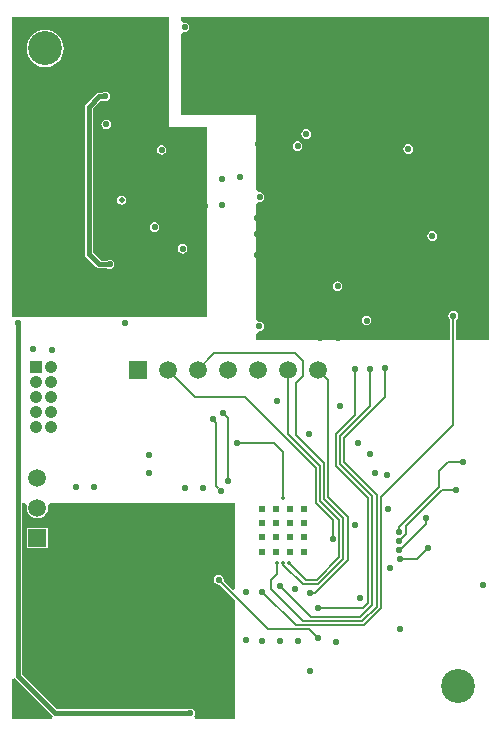
<source format=gbl>
G04 Layer_Physical_Order=4*
G04 Layer_Color=16711680*
%FSLAX25Y25*%
%MOIN*%
G70*
G01*
G75*
%ADD55C,0.00800*%
%ADD56C,0.00600*%
%ADD60C,0.01600*%
%ADD66C,0.04200*%
%ADD67R,0.04200X0.04200*%
%ADD68C,0.05905*%
%ADD69R,0.05905X0.05905*%
%ADD70R,0.05905X0.05905*%
%ADD71C,0.02200*%
%ADD72C,0.01400*%
%ADD73C,0.02400*%
%ADD74C,0.11300*%
%ADD75C,0.01968*%
G36*
X63000Y208000D02*
X75500D01*
Y144500D01*
X10500D01*
Y244500D01*
X63000D01*
Y208000D01*
D02*
G37*
G36*
X85000Y53959D02*
X84076Y53576D01*
X81052Y56600D01*
X81131Y56998D01*
X81007Y57623D01*
X80654Y58152D01*
X80124Y58506D01*
X79500Y58630D01*
X78876Y58506D01*
X78347Y58152D01*
X77993Y57623D01*
X77869Y56998D01*
X77993Y56374D01*
X78347Y55845D01*
X78876Y55491D01*
X79500Y55367D01*
X79899Y55446D01*
X85000Y50345D01*
Y10500D01*
X71687D01*
X71430Y10907D01*
X71256Y11500D01*
X71507Y11876D01*
X71631Y12500D01*
X71507Y13124D01*
X71153Y13654D01*
X70624Y14007D01*
X70000Y14131D01*
X69376Y14007D01*
X69104Y13826D01*
X25549D01*
X13826Y25549D01*
Y82500D01*
X14915D01*
X15583Y81500D01*
X15518Y81000D01*
X15636Y80099D01*
X15984Y79259D01*
X16537Y78537D01*
X17259Y77984D01*
X18099Y77636D01*
X19000Y77517D01*
X19901Y77636D01*
X20741Y77984D01*
X21463Y78537D01*
X22016Y79259D01*
X22364Y80099D01*
X22482Y81000D01*
X22417Y81500D01*
X23085Y82500D01*
X85000D01*
Y53959D01*
D02*
G37*
G36*
X169500Y137000D02*
X158467D01*
Y143689D01*
X158703Y143846D01*
X159057Y144376D01*
X159181Y145000D01*
X159057Y145624D01*
X158703Y146153D01*
X158174Y146507D01*
X157550Y146631D01*
X156925Y146507D01*
X156396Y146153D01*
X156042Y145624D01*
X155918Y145000D01*
X156042Y144376D01*
X156396Y143846D01*
X156632Y143689D01*
Y137000D01*
X92000D01*
Y139133D01*
X93000Y139869D01*
X93624Y139993D01*
X94153Y140347D01*
X94507Y140876D01*
X94631Y141500D01*
X94507Y142124D01*
X94153Y142654D01*
X93624Y143007D01*
X93000Y143131D01*
X92000Y143867D01*
Y182316D01*
X93000Y183029D01*
X93050Y183019D01*
X93674Y183143D01*
X94204Y183496D01*
X94557Y184026D01*
X94681Y184650D01*
X94557Y185274D01*
X94204Y185803D01*
X93674Y186157D01*
X93050Y186281D01*
X93000Y186271D01*
X92000Y186984D01*
Y212000D01*
X67000D01*
Y238816D01*
X68000Y239529D01*
X68050Y239519D01*
X68674Y239643D01*
X69204Y239997D01*
X69557Y240526D01*
X69681Y241150D01*
X69557Y241774D01*
X69204Y242303D01*
X68674Y242657D01*
X68050Y242781D01*
X68000Y242771D01*
X67000Y243484D01*
Y244500D01*
X169500D01*
Y137000D01*
D02*
G37*
G36*
X11563Y24063D02*
X24063Y11563D01*
X24157Y11500D01*
X23853Y10500D01*
X10500D01*
Y23853D01*
X11500Y24157D01*
X11563Y24063D01*
D02*
G37*
%LPC*%
G36*
X67358Y169003D02*
X66733Y168879D01*
X66204Y168525D01*
X65850Y167996D01*
X65726Y167372D01*
X65850Y166747D01*
X66204Y166218D01*
X66733Y165865D01*
X67358Y165741D01*
X67982Y165865D01*
X68511Y166218D01*
X68865Y166747D01*
X68989Y167372D01*
X68865Y167996D01*
X68511Y168525D01*
X67982Y168879D01*
X67358Y169003D01*
D02*
G37*
G36*
X58050Y176281D02*
X57426Y176157D01*
X56897Y175803D01*
X56543Y175274D01*
X56419Y174650D01*
X56543Y174026D01*
X56897Y173496D01*
X57426Y173143D01*
X58050Y173019D01*
X58674Y173143D01*
X59203Y173496D01*
X59557Y174026D01*
X59681Y174650D01*
X59557Y175274D01*
X59203Y175803D01*
X58674Y176157D01*
X58050Y176281D01*
D02*
G37*
G36*
X41877Y210455D02*
X41252Y210330D01*
X40723Y209977D01*
X40370Y209448D01*
X40245Y208823D01*
X40370Y208199D01*
X40723Y207670D01*
X41252Y207316D01*
X41877Y207192D01*
X42501Y207316D01*
X43030Y207670D01*
X43384Y208199D01*
X43508Y208823D01*
X43384Y209448D01*
X43030Y209977D01*
X42501Y210330D01*
X41877Y210455D01*
D02*
G37*
G36*
X21550Y240330D02*
X20344Y240211D01*
X19185Y239859D01*
X18117Y239288D01*
X17180Y238520D01*
X16412Y237583D01*
X15841Y236515D01*
X15489Y235356D01*
X15370Y234150D01*
X15489Y232944D01*
X15841Y231785D01*
X16412Y230717D01*
X17180Y229780D01*
X18117Y229012D01*
X19185Y228441D01*
X20344Y228089D01*
X21550Y227970D01*
X22756Y228089D01*
X23915Y228441D01*
X24983Y229012D01*
X25920Y229780D01*
X26688Y230717D01*
X27259Y231785D01*
X27611Y232944D01*
X27730Y234150D01*
X27611Y235356D01*
X27259Y236515D01*
X26688Y237583D01*
X25920Y238520D01*
X24983Y239288D01*
X23915Y239859D01*
X22756Y240211D01*
X21550Y240330D01*
D02*
G37*
G36*
X41550Y219781D02*
X40926Y219657D01*
X40654Y219476D01*
X39550D01*
X39043Y219375D01*
X38613Y219087D01*
X35113Y215587D01*
X34825Y215157D01*
X34725Y214650D01*
Y165650D01*
X34825Y165143D01*
X35113Y164713D01*
X38613Y161213D01*
X39043Y160925D01*
X39550Y160825D01*
X42154D01*
X42426Y160643D01*
X43050Y160519D01*
X43674Y160643D01*
X44203Y160996D01*
X44557Y161526D01*
X44681Y162150D01*
X44557Y162774D01*
X44203Y163303D01*
X43674Y163657D01*
X43050Y163781D01*
X42426Y163657D01*
X42154Y163476D01*
X40099D01*
X37376Y166199D01*
Y214101D01*
X40099Y216825D01*
X40654D01*
X40926Y216643D01*
X41550Y216519D01*
X42174Y216643D01*
X42704Y216997D01*
X43057Y217526D01*
X43181Y218150D01*
X43057Y218774D01*
X42704Y219303D01*
X42174Y219657D01*
X41550Y219781D01*
D02*
G37*
G36*
X60377Y201955D02*
X59753Y201830D01*
X59223Y201477D01*
X58870Y200947D01*
X58745Y200323D01*
X58870Y199699D01*
X59223Y199170D01*
X59753Y198816D01*
X60377Y198692D01*
X61001Y198816D01*
X61530Y199170D01*
X61884Y199699D01*
X62008Y200323D01*
X61884Y200947D01*
X61530Y201477D01*
X61001Y201830D01*
X60377Y201955D01*
D02*
G37*
G36*
X47050Y185061D02*
X46471Y184946D01*
X45980Y184618D01*
X45652Y184127D01*
X45537Y183548D01*
X45652Y182968D01*
X45980Y182477D01*
X46471Y182150D01*
X47050Y182034D01*
X47629Y182150D01*
X48120Y182477D01*
X48448Y182968D01*
X48563Y183548D01*
X48448Y184127D01*
X48120Y184618D01*
X47629Y184946D01*
X47050Y185061D01*
D02*
G37*
G36*
X22453Y74453D02*
X15547D01*
Y67547D01*
X22453D01*
Y74453D01*
D02*
G37*
G36*
X150550Y173281D02*
X149926Y173157D01*
X149397Y172803D01*
X149043Y172274D01*
X148919Y171650D01*
X149043Y171026D01*
X149397Y170496D01*
X149926Y170143D01*
X150550Y170019D01*
X151174Y170143D01*
X151704Y170496D01*
X152057Y171026D01*
X152181Y171650D01*
X152057Y172274D01*
X151704Y172803D01*
X151174Y173157D01*
X150550Y173281D01*
D02*
G37*
G36*
X119050Y156581D02*
X118426Y156457D01*
X117896Y156104D01*
X117543Y155574D01*
X117419Y154950D01*
X117543Y154326D01*
X117896Y153797D01*
X118426Y153443D01*
X119050Y153319D01*
X119674Y153443D01*
X120203Y153797D01*
X120557Y154326D01*
X120681Y154950D01*
X120557Y155574D01*
X120203Y156104D01*
X119674Y156457D01*
X119050Y156581D01*
D02*
G37*
G36*
X128697Y145081D02*
X128073Y144957D01*
X127544Y144603D01*
X127190Y144074D01*
X127066Y143450D01*
X127190Y142825D01*
X127544Y142296D01*
X128073Y141942D01*
X128697Y141818D01*
X129322Y141942D01*
X129851Y142296D01*
X130204Y142825D01*
X130329Y143450D01*
X130204Y144074D01*
X129851Y144603D01*
X129322Y144957D01*
X128697Y145081D01*
D02*
G37*
G36*
X108550Y207281D02*
X107926Y207157D01*
X107396Y206803D01*
X107043Y206274D01*
X106919Y205650D01*
X107043Y205026D01*
X107396Y204497D01*
X107926Y204143D01*
X108550Y204019D01*
X109174Y204143D01*
X109704Y204497D01*
X110057Y205026D01*
X110181Y205650D01*
X110057Y206274D01*
X109704Y206803D01*
X109174Y207157D01*
X108550Y207281D01*
D02*
G37*
G36*
X105700Y203281D02*
X105075Y203157D01*
X104546Y202803D01*
X104192Y202274D01*
X104068Y201650D01*
X104192Y201026D01*
X104546Y200497D01*
X105075Y200143D01*
X105700Y200019D01*
X106324Y200143D01*
X106853Y200497D01*
X107207Y201026D01*
X107331Y201650D01*
X107207Y202274D01*
X106853Y202803D01*
X106324Y203157D01*
X105700Y203281D01*
D02*
G37*
G36*
X142550Y202281D02*
X141926Y202157D01*
X141396Y201803D01*
X141043Y201274D01*
X140919Y200650D01*
X141043Y200026D01*
X141396Y199496D01*
X141926Y199143D01*
X142550Y199019D01*
X143174Y199143D01*
X143703Y199496D01*
X144057Y200026D01*
X144181Y200650D01*
X144057Y201274D01*
X143703Y201803D01*
X143174Y202157D01*
X142550Y202281D01*
D02*
G37*
%LPD*%
D55*
X122400Y63532D02*
Y78100D01*
X111469Y52601D02*
X122400Y63532D01*
X110000Y52601D02*
X111469D01*
X62500Y127000D02*
X71460Y118040D01*
X88130D01*
X111800Y94370D01*
X117500Y70571D02*
Y77060D01*
X97000Y57000D02*
X98908Y58908D01*
X97000Y53845D02*
Y57000D01*
X112630Y55600D02*
X121000Y63970D01*
X112050Y57000D02*
X119600Y64550D01*
X102500Y105650D02*
X113200Y94950D01*
X105150Y105337D02*
X114600Y95887D01*
X118500Y95020D02*
X129222Y84298D01*
X118500Y95020D02*
Y105500D01*
X119900Y95600D02*
Y104920D01*
Y95600D02*
X130622Y84878D01*
X121300Y96180D02*
X132022Y85457D01*
X121300Y96180D02*
Y104340D01*
X129222Y49226D02*
Y84298D01*
X130622Y48646D02*
Y84878D01*
X132022Y48067D02*
Y85457D01*
X72500Y127000D02*
X78000Y132500D01*
X105000D01*
X107595Y129905D01*
Y125000D02*
Y129905D01*
X105150Y122555D02*
X107595Y125000D01*
X105150Y105337D02*
Y122555D01*
X107400Y55600D02*
X112630D01*
X100877Y62123D02*
X107400Y55600D01*
X100000Y55000D02*
X110350Y44650D01*
X102500Y105650D02*
Y127000D01*
X108543Y57000D02*
X112050D01*
X121300Y104340D02*
X135000Y118040D01*
X119900Y104920D02*
X130000Y115020D01*
X118500Y105500D02*
X124924Y111924D01*
X130000Y115020D02*
Y127453D01*
X135000Y118040D02*
Y127500D01*
X133422Y47487D02*
Y84572D01*
X157550Y108700D01*
X127206Y43250D02*
X132022Y48067D01*
X107595Y43250D02*
X127206D01*
X105150Y41850D02*
X127786D01*
X133422Y47487D01*
X126626Y44650D02*
X130622Y48646D01*
X110350Y44650D02*
X126626D01*
X127623Y47627D02*
X129222Y49226D01*
X112500Y47627D02*
X127623D01*
X97000Y53845D02*
X107595Y43250D01*
X94000Y53000D02*
X105150Y41850D01*
X157550Y108700D02*
Y145000D01*
X112500Y127000D02*
X116000Y123500D01*
X124924Y111924D02*
Y127453D01*
X97877Y102500D02*
X100877Y99500D01*
X85500Y102500D02*
X97877D01*
X77402Y110500D02*
X78550Y109352D01*
X82377Y90000D02*
Y111123D01*
X81000Y112500D02*
X82377Y111123D01*
X78550Y88150D02*
Y109352D01*
Y88150D02*
X79177Y87523D01*
X152900Y93400D02*
X155950Y96450D01*
X161000D01*
X152900Y87900D02*
Y93400D01*
X153980Y87000D02*
X158500D01*
X139500Y74500D02*
X152900Y87900D01*
X139500Y73000D02*
Y74500D01*
X139611Y70000D02*
X142000Y72389D01*
Y75020D01*
X153980Y87000D01*
X139723Y67000D02*
X148500Y75778D01*
Y77500D01*
X139723Y67000D02*
X139723Y67000D01*
X139611Y67000D02*
X139723D01*
X139723Y64000D02*
X145500D01*
X149201Y67701D01*
X23500Y123000D02*
X24500D01*
X102845Y62697D02*
X108543Y57000D01*
X119600Y64550D02*
Y76940D01*
X121000Y63970D02*
Y77520D01*
X116000Y84500D02*
X122400Y78100D01*
X116000Y84500D02*
Y123500D01*
X114600Y83920D02*
Y95887D01*
Y83920D02*
X121000Y77520D01*
X111800Y82760D02*
X117500Y77060D01*
X111800Y82760D02*
Y94370D01*
X113200Y83340D02*
Y94950D01*
Y83340D02*
X119600Y76940D01*
X100877Y84351D02*
Y99500D01*
X98908Y58908D02*
Y62697D01*
X100877Y62123D02*
Y62697D01*
D56*
X109495Y40500D02*
X112477Y37519D01*
X95998Y40500D02*
X109495D01*
X79500Y56998D02*
X95998Y40500D01*
D60*
X25000Y12500D02*
X70000D01*
X12500Y25000D02*
X25000Y12500D01*
X12500Y25000D02*
Y142500D01*
X39550Y162150D02*
X43050D01*
X39550Y218150D02*
X41550D01*
X36050Y165650D02*
X39550Y162150D01*
X36050Y165650D02*
Y214650D01*
X39550Y218150D01*
D66*
X23500Y128000D02*
D03*
X18500Y108000D02*
D03*
X18500Y113000D02*
D03*
Y118000D02*
D03*
X18500Y123000D02*
D03*
X23500Y108000D02*
D03*
X23500Y113000D02*
D03*
X23500Y118000D02*
D03*
Y123000D02*
D03*
D67*
X18500Y128000D02*
D03*
D68*
X72500Y127000D02*
D03*
X62500D02*
D03*
X82500D02*
D03*
X92500D02*
D03*
X102500D02*
D03*
X112500D02*
D03*
X19000Y81000D02*
D03*
Y91000D02*
D03*
D69*
X52500Y127000D02*
D03*
D70*
X19000Y71000D02*
D03*
D71*
X79500Y56998D02*
D03*
X112477Y37519D02*
D03*
X71500Y43500D02*
D03*
X100000Y55000D02*
D03*
X117500Y70571D02*
D03*
X135000Y127500D02*
D03*
X131353Y92500D02*
D03*
X135500Y92000D02*
D03*
X105000Y54000D02*
D03*
X130000Y127453D02*
D03*
X124924D02*
D03*
X112500Y47627D02*
D03*
X110000Y52601D02*
D03*
X94000Y53000D02*
D03*
X85500Y102500D02*
D03*
X77402Y110500D02*
D03*
X157550Y145000D02*
D03*
X165550Y149000D02*
D03*
X119050Y154950D02*
D03*
X99877Y36524D02*
D03*
X118377Y36174D02*
D03*
X105877Y36524D02*
D03*
X93877D02*
D03*
X140000Y40500D02*
D03*
X81000Y112500D02*
D03*
X82377Y90000D02*
D03*
X70000Y12500D02*
D03*
X12500Y142500D02*
D03*
X22000Y187500D02*
D03*
X99000Y141500D02*
D03*
X93000D02*
D03*
X62500Y176000D02*
D03*
X110000Y26500D02*
D03*
X24000Y133500D02*
D03*
X92050Y165150D02*
D03*
X83050Y33650D02*
D03*
X56050Y98650D02*
D03*
X31950Y87850D02*
D03*
X74050Y87650D02*
D03*
X56050Y92650D02*
D03*
X68050Y87650D02*
D03*
X167550Y55150D02*
D03*
X126377Y50941D02*
D03*
X67358Y167372D02*
D03*
X113050Y137650D02*
D03*
X105700Y201650D02*
D03*
X108550Y205650D02*
D03*
X161550Y183650D02*
D03*
X142550Y200650D02*
D03*
X150550Y171650D02*
D03*
X128697Y143450D02*
D03*
X93050Y184650D02*
D03*
X92050Y177650D02*
D03*
X68050Y241150D02*
D03*
X113550Y225150D02*
D03*
X84050Y225650D02*
D03*
X29550Y213650D02*
D03*
X41877Y208823D02*
D03*
X25576Y209624D02*
D03*
X161550Y189150D02*
D03*
X161050Y177650D02*
D03*
X161550Y195150D02*
D03*
X161050Y200650D02*
D03*
X93050Y208150D02*
D03*
X53550Y173150D02*
D03*
X80550Y190650D02*
D03*
X58050Y174650D02*
D03*
X60377Y200323D02*
D03*
X93050Y191150D02*
D03*
Y196650D02*
D03*
X129877Y99024D02*
D03*
X58050Y190650D02*
D03*
X33550Y163650D02*
D03*
X54050Y163150D02*
D03*
X21550Y181650D02*
D03*
X99000Y116500D02*
D03*
X49050Y234150D02*
D03*
X72550Y228150D02*
D03*
X95550Y227650D02*
D03*
X26550Y169548D02*
D03*
X92050Y172150D02*
D03*
X108800Y221400D02*
D03*
X136500Y61000D02*
D03*
X161050Y219650D02*
D03*
X145050Y238150D02*
D03*
X145197Y143950D02*
D03*
X149697Y148450D02*
D03*
X104550Y218150D02*
D03*
X74964Y181685D02*
D03*
X80404Y181832D02*
D03*
X92550Y202150D02*
D03*
X86550Y191150D02*
D03*
X140697Y138950D02*
D03*
X119050Y137650D02*
D03*
X109550Y105650D02*
D03*
X48050Y142650D02*
D03*
X60050Y157650D02*
D03*
X66050D02*
D03*
X72050D02*
D03*
X43050Y162150D02*
D03*
X41550Y218150D02*
D03*
X37950Y87850D02*
D03*
X18000Y151500D02*
D03*
X17500Y134000D02*
D03*
X80050Y86650D02*
D03*
X168550Y194650D02*
D03*
X161000Y96450D02*
D03*
X158500Y87000D02*
D03*
X136000Y80500D02*
D03*
X139611Y70000D02*
D03*
X139500Y73000D02*
D03*
X148500Y77500D02*
D03*
X149201Y67701D02*
D03*
X139611Y67000D02*
D03*
X139723Y64000D02*
D03*
X120000Y115000D02*
D03*
X124924Y75477D02*
D03*
X88377Y37024D02*
D03*
X125877Y102524D02*
D03*
X120050Y238150D02*
D03*
X88377Y53000D02*
D03*
X71284Y67315D02*
D03*
X63258Y65724D02*
D03*
X59067Y65995D02*
D03*
X54966Y66902D02*
D03*
X50785Y67297D02*
D03*
X46585D02*
D03*
X42385D02*
D03*
X39061Y64730D02*
D03*
X36091Y61760D02*
D03*
X33121Y58790D02*
D03*
X30152Y55820D02*
D03*
X30533Y51638D02*
D03*
X30524Y47438D02*
D03*
X30934Y43258D02*
D03*
X19430Y56905D02*
D03*
X21190Y60718D02*
D03*
X24160Y63688D02*
D03*
X27130Y66658D02*
D03*
X30100Y69628D02*
D03*
X33070Y72598D02*
D03*
X36040Y75568D02*
D03*
X39951Y77097D02*
D03*
X44151D02*
D03*
X48351D02*
D03*
X52551D02*
D03*
X138154Y232143D02*
D03*
X137920Y227950D02*
D03*
X137933Y223750D02*
D03*
X135627Y220240D02*
D03*
X127287Y219243D02*
D03*
X123092Y219453D02*
D03*
X122217Y230468D02*
D03*
X125946Y232400D02*
D03*
X13550Y18650D02*
D03*
X17300Y161150D02*
D03*
Y176150D02*
D03*
X13550Y198650D02*
D03*
X17300Y206150D02*
D03*
X13550Y213650D02*
D03*
X17300Y221150D02*
D03*
X13550Y228650D02*
D03*
X21050Y33650D02*
D03*
Y63650D02*
D03*
X24800Y71150D02*
D03*
X21050Y153650D02*
D03*
X24800Y161150D02*
D03*
X21050Y168650D02*
D03*
Y198650D02*
D03*
X24800Y206150D02*
D03*
X21050Y213650D02*
D03*
X24800Y221150D02*
D03*
X28550Y33650D02*
D03*
Y153650D02*
D03*
X32300Y161150D02*
D03*
X28550Y198650D02*
D03*
X32300Y221150D02*
D03*
X39800Y26150D02*
D03*
X36050Y33650D02*
D03*
X39800Y41150D02*
D03*
X36050Y48650D02*
D03*
X39800Y56150D02*
D03*
X36050Y78650D02*
D03*
Y153650D02*
D03*
X39800Y176150D02*
D03*
Y221150D02*
D03*
X43550Y18650D02*
D03*
X47300Y26150D02*
D03*
X43550Y33650D02*
D03*
X47300Y41150D02*
D03*
X43550Y48650D02*
D03*
X47300Y56150D02*
D03*
X43550Y63650D02*
D03*
Y153650D02*
D03*
Y168650D02*
D03*
Y213650D02*
D03*
X47300Y221150D02*
D03*
X51050Y18650D02*
D03*
X54800Y26150D02*
D03*
X51050Y33650D02*
D03*
X54800Y41150D02*
D03*
X51050Y48650D02*
D03*
X54800Y56150D02*
D03*
X51050Y63650D02*
D03*
Y153650D02*
D03*
X54800Y176150D02*
D03*
Y191150D02*
D03*
X51050Y213650D02*
D03*
X54800Y221150D02*
D03*
X51050Y228650D02*
D03*
X58550Y18650D02*
D03*
Y33650D02*
D03*
X62300Y56150D02*
D03*
Y161150D02*
D03*
X58550Y168650D02*
D03*
X62300Y206150D02*
D03*
X58550Y213650D02*
D03*
X66050Y18650D02*
D03*
Y63650D02*
D03*
X69800Y161150D02*
D03*
Y176150D02*
D03*
Y191150D02*
D03*
Y206150D02*
D03*
Y221150D02*
D03*
X73550Y198650D02*
D03*
Y213650D02*
D03*
X77300Y236150D02*
D03*
X84800D02*
D03*
X92300Y221150D02*
D03*
X96050Y138650D02*
D03*
X99800Y206150D02*
D03*
X96050Y213650D02*
D03*
X99800Y221150D02*
D03*
Y236150D02*
D03*
X103550Y138650D02*
D03*
Y213650D02*
D03*
Y228650D02*
D03*
X107300Y236150D02*
D03*
X114800Y191150D02*
D03*
Y221150D02*
D03*
X111050Y228650D02*
D03*
X114800Y236150D02*
D03*
X118550Y228650D02*
D03*
X122300Y236150D02*
D03*
X126050Y228650D02*
D03*
X133550Y138650D02*
D03*
X137300Y191150D02*
D03*
X141050Y213650D02*
D03*
X144800Y221150D02*
D03*
X141050Y228650D02*
D03*
X148550Y138650D02*
D03*
Y168650D02*
D03*
Y213650D02*
D03*
X152300Y221150D02*
D03*
X148550Y228650D02*
D03*
X152300Y236150D02*
D03*
X159800Y161150D02*
D03*
X156050Y168650D02*
D03*
Y228650D02*
D03*
X159800Y236150D02*
D03*
X163550Y153650D02*
D03*
X167300Y161150D02*
D03*
X163550Y168650D02*
D03*
X167300Y176150D02*
D03*
Y191150D02*
D03*
X163550Y228650D02*
D03*
X167300Y236150D02*
D03*
X30804Y39935D02*
D03*
X30934Y35737D02*
D03*
X17235Y25307D02*
D03*
Y29507D02*
D03*
X18133Y33610D02*
D03*
X17742Y37791D02*
D03*
X18919Y41823D02*
D03*
D72*
X102845Y62697D02*
D03*
X100877Y84351D02*
D03*
X98908Y62697D02*
D03*
X100877D02*
D03*
D73*
X103239Y71162D02*
D03*
Y80611D02*
D03*
Y66437D02*
D03*
Y75886D02*
D03*
X93790Y66437D02*
D03*
Y75886D02*
D03*
Y80611D02*
D03*
X107963Y66437D02*
D03*
X98515D02*
D03*
X107963Y75886D02*
D03*
X98515D02*
D03*
X107963Y80611D02*
D03*
X98515D02*
D03*
X93790Y71162D02*
D03*
X107963D02*
D03*
X98515D02*
D03*
D74*
X21550Y234150D02*
D03*
X159050Y21650D02*
D03*
D75*
X131381Y185981D02*
D03*
Y181650D02*
D03*
Y177319D02*
D03*
X127050Y185981D02*
D03*
Y181650D02*
D03*
Y177319D02*
D03*
X122719Y185981D02*
D03*
Y181650D02*
D03*
Y177319D02*
D03*
X47050Y183548D02*
D03*
M02*

</source>
